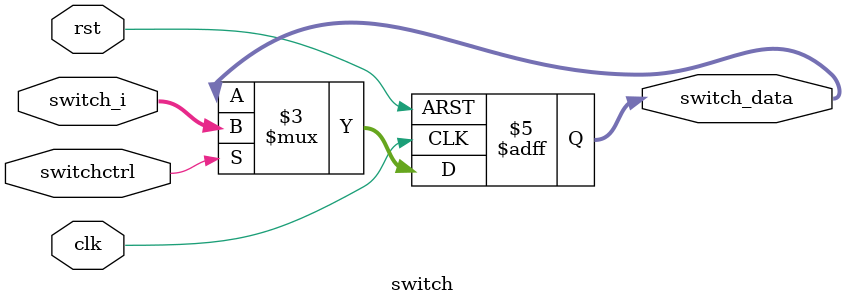
<source format=v>
`timescale 1ns / 1ps

module switch(clk, rst,switchctrl,switch_data, switch_i);
    input clk;
    input rst;
    input switchctrl;// from memorio
    input [15:0] switch_i;	//input from switch
    output reg[15:0] switch_data; // to ioreader
    
    
    always@(negedge clk or posedge rst) begin
        if(rst) begin
            switch_data <= 16'h0000;
        end
		else if(switchctrl) begin
			switch_data <= switch_i;
        end
		else begin
            switch_data <= switch_data;
        end
    end
endmodule

</source>
